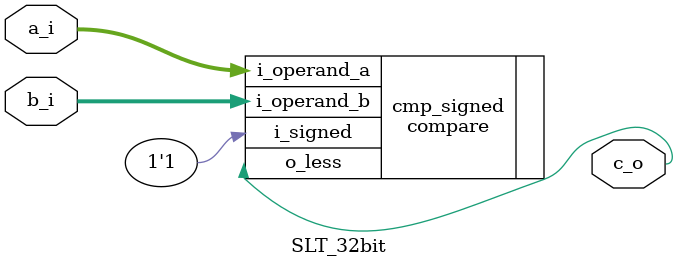
<source format=sv>
module SLT_32bit (
    input logic [31:0] a_i,    // Operand A (rs1)
    input logic [31:0] b_i,    // Operand B (rs2)
    output logic c_o           // Kết quả (A < B với so sánh có dấu)
);

    // Gọi lại module compare với i_signed = 1 để so sánh có dấu
    compare cmp_signed (
        .i_operand_a(a_i),
        .i_operand_b(b_i),
        .i_signed(1'b1),        // So sánh có dấu
        .o_less(c_o)
    );

endmodule

</source>
